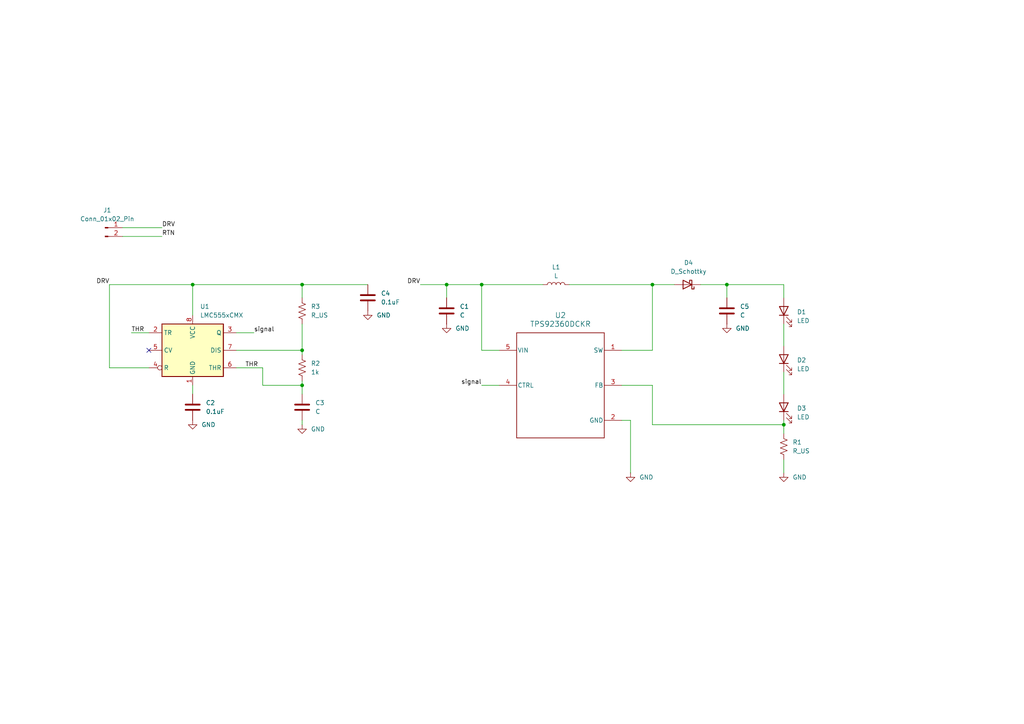
<source format=kicad_sch>
(kicad_sch (version 20250114) (generator "eeschema") (generator_version "9.0")
  (paper "A4")
  (lib_symbols
    (symbol "Connector:Conn_01x02_Pin" (pin_names (offset 1.016) (hide yes))
      (property "Reference" "J" (at 0 2.54 0))
      (property "Value" "Conn_01x02_Pin" (at 0 -5.08 0))
      (symbol "Conn_01x02_Pin_1_1"
        (rectangle (start 0.8636 0.127) (end 0 -0.127) (stroke (width 0.1524)) (fill (type outline)))
        (rectangle (start 0.8636 -2.413) (end 0 -2.667) (stroke (width 0.1524)) (fill (type outline)))
        (polyline (pts (xy 1.27 0) (xy 0.8636 0)) (stroke (width 0.1524)))
        (polyline (pts (xy 1.27 -2.54) (xy 0.8636 -2.54)) (stroke (width 0.1524)))
        (pin passive line (at 5.08 0 180) (length 3.81) (name "Pin_1") (number "1"))
        (pin passive line (at 5.08 -2.54 180) (length 3.81) (name "Pin_2") (number "2"))
      )
    )
    (symbol "Device:C" (pin_numbers (hide yes)) (pin_names (offset 0.254))
      (property "Reference" "C" (at 0.635 2.54 0))
      (property "Value" "C" (at 0.635 -2.54 0))
      (symbol "C_0_1"
        (polyline (pts (xy -2.032 0.762) (xy 2.032 0.762)) (stroke (width 0.508)))
        (polyline (pts (xy -2.032 -0.762) (xy 2.032 -0.762)) (stroke (width 0.508)))
      )
      (symbol "C_1_1"
        (pin passive line (at 0 3.81 270) (length 2.794) (name "~") (number "1"))
        (pin passive line (at 0 -3.81 90) (length 2.794) (name "~") (number "2"))
      )
    )
    (symbol "Device:D_Schottky" (pin_numbers (hide yes)) (pin_names (offset 1.016) (hide yes))
      (property "Reference" "D" (at 0 2.54 0))
      (property "Value" "D_Schottky" (at 0 -2.54 0))
      (symbol "D_Schottky_0_1"
        (polyline (pts (xy -1.905 0.635) (xy -1.905 1.27) (xy -1.27 1.27) (xy -1.27 -1.27) (xy -0.635 -1.27) (xy -0.635 -0.635)) (stroke (width 0.254)))
        (polyline (pts (xy 1.27 1.27) (xy 1.27 -1.27) (xy -1.27 0) (xy 1.27 1.27)) (stroke (width 0.254)))
        (polyline (pts (xy 1.27 0) (xy -1.27 0)))
      )
      (symbol "D_Schottky_1_1"
        (pin passive line (at -3.81 0 0) (length 2.54) (name "K") (number "1"))
        (pin passive line (at 3.81 0 180) (length 2.54) (name "A") (number "2"))
      )
    )
    (symbol "Device:L" (pin_numbers (hide yes)) (pin_names (offset 1.016) (hide yes))
      (property "Reference" "L" (at -1.27 0 90))
      (property "Value" "L" (at 1.905 0 90))
      (symbol "L_0_1"
        (arc (start 0 2.54) (mid 0.6323 1.905) (end 0 1.27))
        (arc (start 0 1.27) (mid 0.6323 0.635) (end 0 0))
        (arc (start 0 0) (mid 0.6323 -0.635) (end 0 -1.27))
        (arc (start 0 -1.27) (mid 0.6323 -1.905) (end 0 -2.54))
      )
      (symbol "L_1_1"
        (pin passive line (at 0 3.81 270) (length 1.27) (name "1") (number "1"))
        (pin passive line (at 0 -3.81 90) (length 1.27) (name "2") (number "2"))
      )
    )
    (symbol "Device:LED" (pin_numbers (hide yes)) (pin_names (offset 1.016) (hide yes))
      (property "Reference" "D" (at 0 2.54 0))
      (property "Value" "LED" (at 0 -2.54 0))
      (symbol "LED_0_1"
        (polyline (pts (xy -3.048 -0.762) (xy -4.572 -2.286) (xy -3.81 -2.286) (xy -4.572 -2.286) (xy -4.572 -1.524)))
        (polyline (pts (xy -1.778 -0.762) (xy -3.302 -2.286) (xy -2.54 -2.286) (xy -3.302 -2.286) (xy -3.302 -1.524)))
        (polyline (pts (xy -1.27 0) (xy 1.27 0)))
        (polyline (pts (xy -1.27 -1.27) (xy -1.27 1.27)) (stroke (width 0.254)))
        (polyline (pts (xy 1.27 -1.27) (xy 1.27 1.27) (xy -1.27 0) (xy 1.27 -1.27)) (stroke (width 0.254)))
      )
      (symbol "LED_1_1"
        (pin passive line (at -3.81 0 0) (length 2.54) (name "K") (number "1"))
        (pin passive line (at 3.81 0 180) (length 2.54) (name "A") (number "2"))
      )
    )
    (symbol "Device:R_US" (pin_numbers (hide yes)) (pin_names (offset 0))
      (property "Reference" "R" (at 2.54 0 90))
      (property "Value" "R_US" (at -2.54 0 90))
      (symbol "R_US_0_1"
        (polyline (pts (xy 0 2.286) (xy 0 2.54)))
        (polyline (pts (xy 0 2.286) (xy 1.016 1.905) (xy 0 1.524) (xy -1.016 1.143) (xy 0 0.762)))
        (polyline (pts (xy 0 0.762) (xy 1.016 0.381) (xy 0 0) (xy -1.016 -0.381) (xy 0 -0.762)))
        (polyline (pts (xy 0 -0.762) (xy 1.016 -1.143) (xy 0 -1.524) (xy -1.016 -1.905) (xy 0 -2.286)))
        (polyline (pts (xy 0 -2.286) (xy 0 -2.54)))
      )
      (symbol "R_US_1_1"
        (pin passive line (at 0 3.81 270) (length 1.27) (name "~") (number "1"))
        (pin passive line (at 0 -3.81 90) (length 1.27) (name "~") (number "2"))
      )
    )
    (symbol "Timer:LMC555xM"
      (property "Reference" "U" (at -10.16 8.89 0))
      (property "Value" "LMC555xM" (at 2.54 8.89 0))
      (symbol "LMC555xM_0_0"
        (pin power_in line (at 0 10.16 270) (length 2.54) (name "VCC") (number "8"))
        (pin power_in line (at 0 -10.16 90) (length 2.54) (name "GND") (number "1"))
      )
      (symbol "LMC555xM_0_1"
        (rectangle (start -8.89 -7.62) (end 8.89 7.62) (stroke (width 0.254)) (fill (type background)))
        (rectangle (start -8.89 -7.62) (end 8.89 7.62) (stroke (width 0.254)) (fill (type background)))
      )
      (symbol "LMC555xM_1_1"
        (pin input line (at -12.7 5.08 0) (length 3.81) (name "TR") (number "2"))
        (pin input line (at -12.7 0 0) (length 3.81) (name "CV") (number "5"))
        (pin input inverted (at -12.7 -5.08 0) (length 3.81) (name "R") (number "4"))
        (pin output line (at 12.7 5.08 180) (length 3.81) (name "Q") (number "3"))
        (pin input line (at 12.7 0 180) (length 3.81) (name "DIS") (number "7"))
        (pin input line (at 12.7 -5.08 180) (length 3.81) (name "THR") (number "6"))
      )
    )
    (symbol "_TPS92360:TPS92360DCKR" (pin_names (offset 0.254))
      (property "Reference" "U" (at 0 2.54 0))
      (property "Value" "TPS92360DCKR" (at 0 0 0))
      (symbol "TPS92360DCKR_0_1"
        (polyline (pts (xy 5.08 5.08) (xy 5.08 -25.4)) (stroke (width 0.2032)))
        (polyline (pts (xy 5.08 -25.4) (xy 30.48 -25.4)) (stroke (width 0.2032)))
        (polyline (pts (xy 30.48 5.08) (xy 5.08 5.08)) (stroke (width 0.2032)))
        (polyline (pts (xy 30.48 -25.4) (xy 30.48 5.08)) (stroke (width 0.2032)))
        (pin power_in line (at 0 0 0) (length 5.08) (name "VIN") (number "5"))
        (pin input line (at 0 -10.16 0) (length 5.08) (name "CTRL") (number "4"))
        (pin unspecified line (at 35.56 0 180) (length 5.08) (name "SW") (number "1"))
        (pin unspecified line (at 35.56 -10.16 180) (length 5.08) (name "FB") (number "3"))
        (pin power_in line (at 35.56 -20.32 180) (length 5.08) (name "GND") (number "2"))
      )
    )
    (symbol "power:GND" (power) (pin_numbers (hide yes)) (pin_names (offset 0) (hide yes))
      (property "Value" "GND" (at 0 -3.81 0))
      (symbol "GND_0_1"
        (polyline (pts (xy 0 0) (xy 0 -1.27) (xy 1.27 -1.27) (xy 0 -2.54) (xy -1.27 -1.27) (xy 0 -1.27)))
      )
      (symbol "GND_1_1"
        (pin power_in line (at 0 0 270) (length 0) (name "~") (number "1"))
      )
    )
  )
  (junction (at 87.63 101.6))
  (junction (at 87.63 111.76))
  (junction (at 189.23 82.55))
  (junction (at 210.82 82.55))
  (junction (at 129.54 82.55))
  (junction (at 55.88 82.55))
  (junction (at 139.7 82.55))
  (junction (at 87.63 82.55))
  (junction (at 227.33 123.19))
  (no_connect (at 43.18 101.6))
  (wire (pts (xy 76.2 111.76) (xy 87.63 111.76)))
  (wire (pts (xy 180.34 101.6) (xy 189.23 101.6)))
  (wire (pts (xy 227.33 107.95) (xy 227.33 114.3)))
  (wire (pts (xy 227.33 121.92) (xy 227.33 123.19)))
  (wire (pts (xy 87.63 114.3) (xy 87.63 111.76)))
  (wire (pts (xy 35.56 66.04) (xy 46.99 66.04)))
  (wire (pts (xy 129.54 86.36) (xy 129.54 82.55)))
  (wire (pts (xy 76.2 111.76) (xy 76.2 106.68)))
  (wire (pts (xy 121.92 82.55) (xy 129.54 82.55)))
  (wire (pts (xy 139.7 82.55) (xy 157.48 82.55)))
  (wire (pts (xy 139.7 101.6) (xy 139.7 82.55)))
  (wire (pts (xy 227.33 123.19) (xy 227.33 125.73)))
  (wire (pts (xy 203.2 82.55) (xy 210.82 82.55)))
  (wire (pts (xy 87.63 82.55) (xy 87.63 86.36)))
  (wire (pts (xy 210.82 82.55) (xy 227.33 82.55)))
  (wire (pts (xy 180.34 121.92) (xy 182.88 121.92)))
  (wire (pts (xy 182.88 121.92) (xy 182.88 137.16)))
  (wire (pts (xy 76.2 106.68) (xy 68.58 106.68)))
  (wire (pts (xy 189.23 82.55) (xy 189.23 101.6)))
  (wire (pts (xy 139.7 111.76) (xy 144.78 111.76)))
  (wire (pts (xy 73.66 96.52) (xy 68.58 96.52)))
  (wire (pts (xy 129.54 82.55) (xy 139.7 82.55)))
  (wire (pts (xy 87.63 111.76) (xy 87.63 110.49)))
  (wire (pts (xy 189.23 82.55) (xy 195.58 82.55)))
  (wire (pts (xy 227.33 93.98) (xy 227.33 100.33)))
  (wire (pts (xy 55.88 82.55) (xy 55.88 91.44)))
  (wire (pts (xy 35.56 68.58) (xy 46.99 68.58)))
  (wire (pts (xy 227.33 82.55) (xy 227.33 86.36)))
  (wire (pts (xy 87.63 102.87) (xy 87.63 101.6)))
  (wire (pts (xy 43.18 106.68) (xy 31.75 106.68)))
  (wire (pts (xy 87.63 82.55) (xy 106.68 82.55)))
  (wire (pts (xy 210.82 86.36) (xy 210.82 82.55)))
  (wire (pts (xy 144.78 101.6) (xy 139.7 101.6)))
  (wire (pts (xy 31.75 82.55) (xy 55.88 82.55)))
  (wire (pts (xy 180.34 111.76) (xy 189.23 111.76)))
  (wire (pts (xy 189.23 111.76) (xy 189.23 123.19)))
  (wire (pts (xy 55.88 111.76) (xy 55.88 114.3)))
  (wire (pts (xy 189.23 123.19) (xy 227.33 123.19)))
  (wire (pts (xy 227.33 133.35) (xy 227.33 137.16)))
  (wire (pts (xy 38.1 96.52) (xy 43.18 96.52)))
  (wire (pts (xy 87.63 93.98) (xy 87.63 101.6)))
  (wire (pts (xy 31.75 106.68) (xy 31.75 82.55)))
  (wire (pts (xy 87.63 123.19) (xy 87.63 121.92)))
  (wire (pts (xy 55.88 82.55) (xy 87.63 82.55)))
  (wire (pts (xy 68.58 101.6) (xy 87.63 101.6)))
  (wire (pts (xy 165.1 82.55) (xy 189.23 82.55)))
  (label "RTN" (at 46.99 68.58 0))
  (label "signal" (at 73.66 96.52 0))
  (label "DRV" (at 121.92 82.55 180))
  (label "THR" (at 38.1 96.52 0))
  (label "THR" (at 71.12 106.68 0))
  (label "DRV" (at 46.99 66.04 0))
  (label "signal" (at 139.7 111.76 180))
  (label "DRV" (at 31.75 82.55 180))
  (symbol (lib_id "Device:L") (at 161.29 82.55 90) (unit 1)
    (property "Reference" "L1" (at 161.29 77.47 90))
    (property "Value" "L" (at 161.29 80.01 90))
    (property "Description" "Inductor" (effects (hide yes)))
  )
  (symbol (lib_id "Device:R_US") (at 87.63 106.68 0) (unit 1)
    (property "Reference" "R2" (at 90.17 105.4099 0) (effects (justify left)))
    (property "Value" "1k" (at 90.17 107.9499 0) (effects (justify left)))
    (property "Description" "Resistor, US symbol" (effects (hide yes)))
  )
  (symbol (lib_id "Device:D_Schottky") (at 199.39 82.55 180) (unit 1)
    (property "Reference" "D4" (at 199.7075 76.2 0))
    (property "Value" "D_Schottky" (at 199.7075 78.74 0))
    (property "Description" "Schottky diode" (effects (hide yes)))
  )
  (symbol (lib_id "power:GND") (at 87.63 123.19 0) (unit 1)
    (property "Reference" "#PWR02" (effects (hide yes)))
    (property "Value" "GND" (at 90.17 124.4599 0) (effects (justify left)))
    (property "Description" "Power symbol creates a global label with name \"GND\" , ground" (effects (hide yes)))
  )
  (symbol (lib_id "power:GND") (at 182.88 137.16 0) (unit 1)
    (property "Reference" "#PWR04" (effects (hide yes)))
    (property "Value" "GND" (at 185.42 138.4299 0) (effects (justify left)))
    (property "Description" "Power symbol creates a global label with name \"GND\" , ground" (effects (hide yes)))
  )
  (symbol (lib_id "Device:C") (at 106.68 86.36 0) (unit 1)
    (property "Reference" "C4" (at 110.49 85.0899 0) (effects (justify left)))
    (property "Value" "0.1uF" (at 110.49 87.6299 0) (effects (justify left)))
    (property "Description" "Unpolarized capacitor" (effects (hide yes)))
  )
  (symbol (lib_id "_TPS92360:TPS92360DCKR") (at 144.78 101.6 0) (unit 1)
    (property "Reference" "U2" (at 162.56 91.44 0) (effects (font (size 1.524 1.524))))
    (property "Value" "TPS92360DCKR" (at 162.56 93.98 0) (effects (font (size 1.524 1.524))))
    (property "Footprint" "DCK0005A-IPC_A" (effects (hide yes)))
    (property "Datasheet" "https://www.ti.com/lit/gpn/tps92360" (effects (hide yes)))
  )
  (symbol (lib_id "power:GND") (at 227.33 137.16 0) (unit 1)
    (property "Reference" "#PWR05" (effects (hide yes)))
    (property "Value" "GND" (at 229.87 138.4299 0) (effects (justify left)))
    (property "Description" "Power symbol creates a global label with name \"GND\" , ground" (effects (hide yes)))
  )
  (symbol (lib_id "Device:LED") (at 227.33 118.11 90) (unit 1)
    (property "Reference" "D3" (at 231.14 118.4274 90) (effects (justify right)))
    (property "Value" "LED" (at 231.14 120.9674 90) (effects (justify right)))
    (property "Description" "Light emitting diode" (effects (hide yes)))
    (property "Sim.Pins" "1=K 2=A" (effects (hide yes)))
    (property "Mfr" "CreeLED" (effects (hide yes)))
    (property "Mfr P/N" "JB3030AWT-P-H65EA0000-N0000001" (effects (hide yes)))
  )
  (symbol (lib_id "power:GND") (at 55.88 121.92 0) (unit 1)
    (property "Reference" "#PWR01" (effects (hide yes)))
    (property "Value" "GND" (at 58.42 123.1899 0) (effects (justify left)))
    (property "Description" "Power symbol creates a global label with name \"GND\" , ground" (effects (hide yes)))
  )
  (symbol (lib_id "Device:C") (at 55.88 118.11 0) (unit 1)
    (property "Reference" "C2" (at 59.69 116.8399 0) (effects (justify left)))
    (property "Value" "0.1uF" (at 59.69 119.3799 0) (effects (justify left)))
    (property "Description" "Unpolarized capacitor" (effects (hide yes)))
  )
  (symbol (lib_id "power:GND") (at 106.68 90.17 0) (unit 1)
    (property "Reference" "#PWR03" (effects (hide yes)))
    (property "Value" "GND" (at 109.22 91.4399 0) (effects (justify left)))
    (property "Description" "Power symbol creates a global label with name \"GND\" , ground" (effects (hide yes)))
  )
  (symbol (lib_id "Connector:Conn_01x02_Pin") (at 30.48 66.04 0) (unit 1)
    (property "Reference" "J1" (at 31.115 60.96 0))
    (property "Value" "Conn_01x02_Pin" (at 31.115 63.5 0))
    (property "Description" "Generic connector, single row, 01x02, script generated" (effects (hide yes)))
  )
  (symbol (lib_id "power:GND") (at 210.82 93.98 0) (unit 1)
    (property "Reference" "#PWR06" (effects (hide yes)))
    (property "Value" "GND" (at 213.36 95.2499 0) (effects (justify left)))
    (property "Description" "Power symbol creates a global label with name \"GND\" , ground" (effects (hide yes)))
  )
  (symbol (lib_id "Device:LED") (at 227.33 104.14 90) (unit 1)
    (property "Reference" "D2" (at 231.14 104.4574 90) (effects (justify right)))
    (property "Value" "LED" (at 231.14 106.9974 90) (effects (justify right)))
    (property "Description" "Light emitting diode" (effects (hide yes)))
    (property "Sim.Pins" "1=K 2=A" (effects (hide yes)))
    (property "Mfr" "CreeLED" (effects (hide yes)))
    (property "Mfr P/N" "JB3030AWT-P-H65EA0000-N0000001" (effects (hide yes)))
  )
  (symbol (lib_id "Device:C") (at 210.82 90.17 0) (unit 1)
    (property "Reference" "C5" (at 214.63 88.8999 0) (effects (justify left)))
    (property "Value" "C" (at 214.63 91.4399 0) (effects (justify left)))
    (property "Description" "Unpolarized capacitor" (effects (hide yes)))
  )
  (symbol (lib_id "Device:C") (at 87.63 118.11 0) (unit 1)
    (property "Reference" "C3" (at 91.44 116.8399 0) (effects (justify left)))
    (property "Value" "C" (at 91.44 119.3799 0) (effects (justify left)))
    (property "Description" "Unpolarized capacitor" (effects (hide yes)))
  )
  (symbol (lib_id "Device:R_US") (at 87.63 90.17 0) (unit 1)
    (property "Reference" "R3" (at 90.17 88.8999 0) (effects (justify left)))
    (property "Value" "R_US" (at 90.17 91.4399 0) (effects (justify left)))
    (property "Description" "Resistor, US symbol" (effects (hide yes)))
  )
  (symbol (lib_id "Device:R_US") (at 227.33 129.54 0) (unit 1)
    (property "Reference" "R1" (at 229.87 128.2699 0) (effects (justify left)))
    (property "Value" "R_US" (at 229.87 130.8099 0) (effects (justify left)))
    (property "Description" "Resistor, US symbol" (effects (hide yes)))
  )
  (symbol (lib_id "Device:LED") (at 227.33 90.17 90) (unit 1)
    (property "Reference" "D1" (at 231.14 90.4874 90) (effects (justify right)))
    (property "Value" "LED" (at 231.14 93.0274 90) (effects (justify right)))
    (property "Description" "Light emitting diode" (effects (hide yes)))
    (property "Sim.Pins" "1=K 2=A" (effects (hide yes)))
    (property "Mfr" "CreeLED" (effects (hide yes)))
    (property "Mfr P/N" "JB3030AWT-P-H65EA0000-N0000001" (effects (hide yes)))
  )
  (symbol (lib_id "power:GND") (at 129.54 93.98 0) (unit 1)
    (property "Reference" "#PWR07" (effects (hide yes)))
    (property "Value" "GND" (at 132.08 95.2499 0) (effects (justify left)))
    (property "Description" "Power symbol creates a global label with name \"GND\" , ground" (effects (hide yes)))
  )
  (symbol (lib_id "Device:C") (at 129.54 90.17 0) (unit 1)
    (property "Reference" "C1" (at 133.35 88.8999 0) (effects (justify left)))
    (property "Value" "C" (at 133.35 91.4399 0) (effects (justify left)))
    (property "Description" "Unpolarized capacitor" (effects (hide yes)))
  )
  (symbol (lib_id "Timer:LMC555xM") (at 55.88 101.6 0) (unit 1)
    (property "Reference" "U1" (at 58.0233 88.9 0) (effects (justify left)))
    (property "Value" "LMC555xCMX" (at 58.0233 91.44 0) (effects (justify left)))
    (property "Footprint" "Package_SO:SOIC-8_3.9x4.9mm_P1.27mm" (effects (hide yes)))
    (property "Datasheet" "http://www.ti.com/lit/ds/symlink/lmc555.pdf" (effects (hide yes)))
    (property "Description" "CMOS Timer, 555 compatible, SOIC-8" (effects (hide yes)))
    (property "Mfr" "Texas Instruments" (effects (hide yes)))
    (property "Mfr P/N" "LMC555CMX/NOPB" (effects (hide yes)))
    (property "Supplier 1" "DigiKey" (effects (hide yes)))
    (property "Supplier 1 P/N" "LMC555CMX/NOPBCT-ND" (effects (hide yes)))
    (property "Supplier 1 Unit Price" "$1.10000" (effects (hide yes)))
    (property "Supplier 1 Price @ Qty" "1" (effects (hide yes)))
  )
)
</source>
